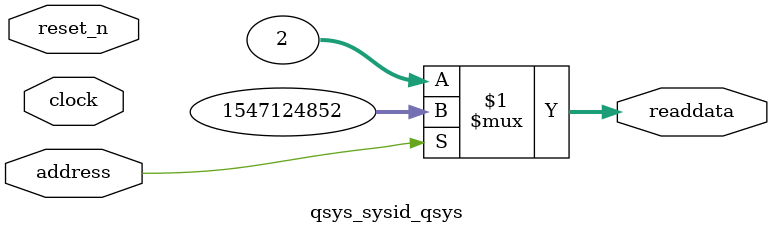
<source format=v>

`timescale 1ns / 1ps
// synthesis translate_on

// turn off superfluous verilog processor warnings 
// altera message_level Level1 
// altera message_off 10034 10035 10036 10037 10230 10240 10030 

module qsys_sysid_qsys (
               // inputs:
                address,
                clock,
                reset_n,

               // outputs:
                readdata
             )
;

  output  [ 31: 0] readdata;
  input            address;
  input            clock;
  input            reset_n;

  wire    [ 31: 0] readdata;
  //control_slave, which is an e_avalon_slave
  assign readdata = address ? 1547124852 : 2;

endmodule




</source>
